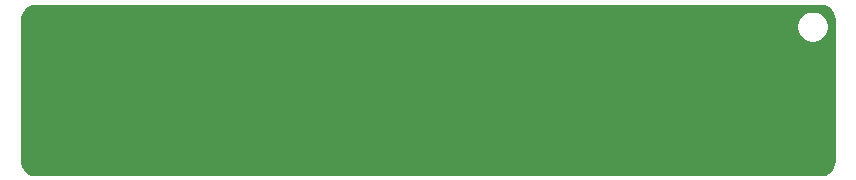
<source format=gbr>
%TF.GenerationSoftware,KiCad,Pcbnew,(5.1.6)-1*%
%TF.CreationDate,2022-05-14T23:18:14+05:30*%
%TF.ProjectId,iSPACE_keychain,69535041-4345-45f6-9b65-79636861696e,rev?*%
%TF.SameCoordinates,Original*%
%TF.FileFunction,Copper,L1,Top*%
%TF.FilePolarity,Positive*%
%FSLAX46Y46*%
G04 Gerber Fmt 4.6, Leading zero omitted, Abs format (unit mm)*
G04 Created by KiCad (PCBNEW (5.1.6)-1) date 2022-05-14 23:18:14*
%MOMM*%
%LPD*%
G01*
G04 APERTURE LIST*
%TA.AperFunction,NonConductor*%
%ADD10C,0.254000*%
%TD*%
G04 APERTURE END LIST*
D10*
G36*
X151069017Y-83434684D02*
G01*
X151163874Y-83452313D01*
X151256341Y-83481308D01*
X151346568Y-83521533D01*
X151434445Y-83573021D01*
X151518564Y-83635331D01*
X151598586Y-83708536D01*
X151674323Y-83792781D01*
X151744461Y-83887019D01*
X151807691Y-83990422D01*
X151863264Y-84102517D01*
X151910229Y-84222522D01*
X151948136Y-84351129D01*
X151976910Y-84486087D01*
X151994215Y-84625829D01*
X152000639Y-84778891D01*
X152000640Y-96323087D01*
X151994215Y-96476173D01*
X151976913Y-96615892D01*
X151948136Y-96750780D01*
X151910230Y-96879468D01*
X151863282Y-96999348D01*
X151807663Y-97111535D01*
X151744421Y-97215037D01*
X151674323Y-97309221D01*
X151598586Y-97393466D01*
X151518564Y-97466671D01*
X151434536Y-97528914D01*
X151346568Y-97580383D01*
X151256222Y-97620731D01*
X151163993Y-97649651D01*
X151069022Y-97667233D01*
X150959603Y-97674001D01*
X84295562Y-97674001D01*
X84185344Y-97667223D01*
X84090512Y-97649657D01*
X83998255Y-97620730D01*
X83907887Y-97580370D01*
X83820400Y-97529210D01*
X83736618Y-97466712D01*
X83655428Y-97392947D01*
X83580113Y-97309217D01*
X83510553Y-97215713D01*
X83447930Y-97112239D01*
X83391557Y-96998561D01*
X83343967Y-96878645D01*
X83306308Y-96750813D01*
X83277554Y-96615870D01*
X83260313Y-96477029D01*
X83254636Y-96324016D01*
X83254636Y-85055977D01*
X148813200Y-85055977D01*
X148813200Y-85327223D01*
X148866117Y-85593256D01*
X148969918Y-85843854D01*
X149120614Y-86069387D01*
X149312413Y-86261186D01*
X149537946Y-86411882D01*
X149788544Y-86515683D01*
X150054577Y-86568600D01*
X150325823Y-86568600D01*
X150591856Y-86515683D01*
X150842454Y-86411882D01*
X151067987Y-86261186D01*
X151259786Y-86069387D01*
X151410482Y-85843854D01*
X151514283Y-85593256D01*
X151567200Y-85327223D01*
X151567200Y-85055977D01*
X151514283Y-84789944D01*
X151410482Y-84539346D01*
X151259786Y-84313813D01*
X151067987Y-84122014D01*
X150842454Y-83971318D01*
X150591856Y-83867517D01*
X150325823Y-83814600D01*
X150054577Y-83814600D01*
X149788544Y-83867517D01*
X149537946Y-83971318D01*
X149312413Y-84122014D01*
X149120614Y-84313813D01*
X148969918Y-84539346D01*
X148866117Y-84789944D01*
X148813200Y-85055977D01*
X83254636Y-85055977D01*
X83254636Y-84777986D01*
X83260313Y-84624973D01*
X83277557Y-84486108D01*
X83306307Y-84351101D01*
X83343967Y-84223350D01*
X83391579Y-84103299D01*
X83447905Y-83989714D01*
X83510515Y-83886341D01*
X83580113Y-83792785D01*
X83655428Y-83709055D01*
X83736618Y-83635290D01*
X83820490Y-83572726D01*
X83907886Y-83521547D01*
X83998138Y-83481308D01*
X84090636Y-83452306D01*
X84185347Y-83434694D01*
X84295424Y-83428001D01*
X150959732Y-83428001D01*
X151069017Y-83434684D01*
G37*
X151069017Y-83434684D02*
X151163874Y-83452313D01*
X151256341Y-83481308D01*
X151346568Y-83521533D01*
X151434445Y-83573021D01*
X151518564Y-83635331D01*
X151598586Y-83708536D01*
X151674323Y-83792781D01*
X151744461Y-83887019D01*
X151807691Y-83990422D01*
X151863264Y-84102517D01*
X151910229Y-84222522D01*
X151948136Y-84351129D01*
X151976910Y-84486087D01*
X151994215Y-84625829D01*
X152000639Y-84778891D01*
X152000640Y-96323087D01*
X151994215Y-96476173D01*
X151976913Y-96615892D01*
X151948136Y-96750780D01*
X151910230Y-96879468D01*
X151863282Y-96999348D01*
X151807663Y-97111535D01*
X151744421Y-97215037D01*
X151674323Y-97309221D01*
X151598586Y-97393466D01*
X151518564Y-97466671D01*
X151434536Y-97528914D01*
X151346568Y-97580383D01*
X151256222Y-97620731D01*
X151163993Y-97649651D01*
X151069022Y-97667233D01*
X150959603Y-97674001D01*
X84295562Y-97674001D01*
X84185344Y-97667223D01*
X84090512Y-97649657D01*
X83998255Y-97620730D01*
X83907887Y-97580370D01*
X83820400Y-97529210D01*
X83736618Y-97466712D01*
X83655428Y-97392947D01*
X83580113Y-97309217D01*
X83510553Y-97215713D01*
X83447930Y-97112239D01*
X83391557Y-96998561D01*
X83343967Y-96878645D01*
X83306308Y-96750813D01*
X83277554Y-96615870D01*
X83260313Y-96477029D01*
X83254636Y-96324016D01*
X83254636Y-85055977D01*
X148813200Y-85055977D01*
X148813200Y-85327223D01*
X148866117Y-85593256D01*
X148969918Y-85843854D01*
X149120614Y-86069387D01*
X149312413Y-86261186D01*
X149537946Y-86411882D01*
X149788544Y-86515683D01*
X150054577Y-86568600D01*
X150325823Y-86568600D01*
X150591856Y-86515683D01*
X150842454Y-86411882D01*
X151067987Y-86261186D01*
X151259786Y-86069387D01*
X151410482Y-85843854D01*
X151514283Y-85593256D01*
X151567200Y-85327223D01*
X151567200Y-85055977D01*
X151514283Y-84789944D01*
X151410482Y-84539346D01*
X151259786Y-84313813D01*
X151067987Y-84122014D01*
X150842454Y-83971318D01*
X150591856Y-83867517D01*
X150325823Y-83814600D01*
X150054577Y-83814600D01*
X149788544Y-83867517D01*
X149537946Y-83971318D01*
X149312413Y-84122014D01*
X149120614Y-84313813D01*
X148969918Y-84539346D01*
X148866117Y-84789944D01*
X148813200Y-85055977D01*
X83254636Y-85055977D01*
X83254636Y-84777986D01*
X83260313Y-84624973D01*
X83277557Y-84486108D01*
X83306307Y-84351101D01*
X83343967Y-84223350D01*
X83391579Y-84103299D01*
X83447905Y-83989714D01*
X83510515Y-83886341D01*
X83580113Y-83792785D01*
X83655428Y-83709055D01*
X83736618Y-83635290D01*
X83820490Y-83572726D01*
X83907886Y-83521547D01*
X83998138Y-83481308D01*
X84090636Y-83452306D01*
X84185347Y-83434694D01*
X84295424Y-83428001D01*
X150959732Y-83428001D01*
X151069017Y-83434684D01*
M02*

</source>
